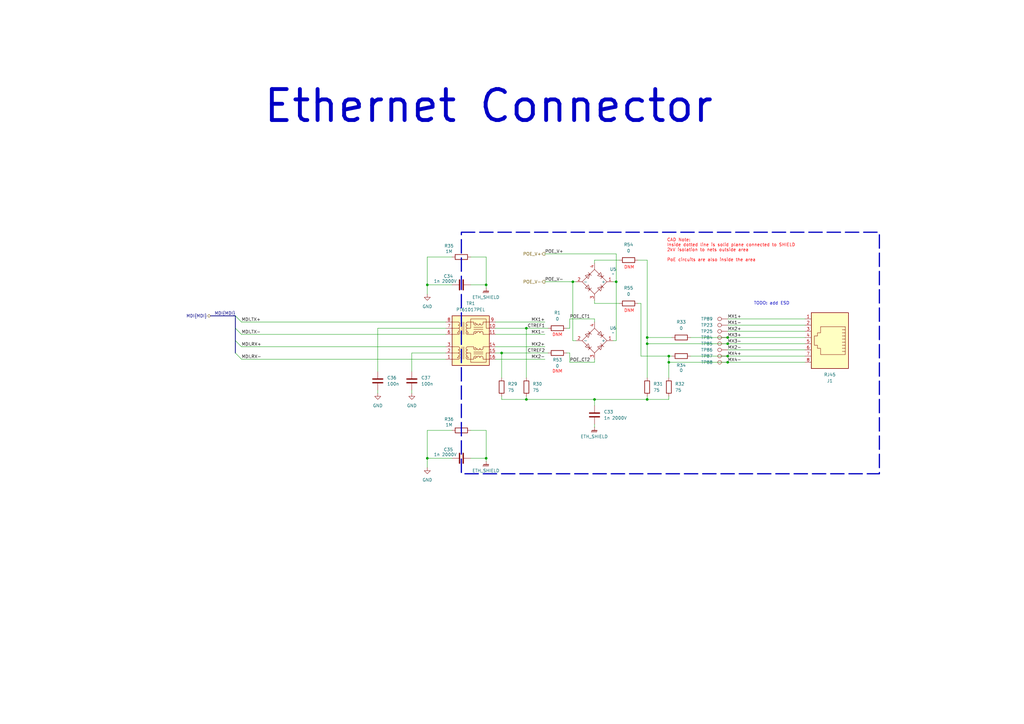
<source format=kicad_sch>
(kicad_sch (version 20250114) (generator "eeschema") (generator_version "9.0")
  (paper "A3")
  (lib_symbols
    (symbol "CDHD01:CDHD01"
      (property "Reference" "U" (at 5.334 7.112 0))
      (symbol "CDHD01_0_1"
        (polyline (pts (xy -5.08 0) (xy 0 -5.08) (xy 5.08 0) (xy 0 5.08) (xy -5.08 0)))
        (polyline (pts (xy -3.81 2.54) (xy -2.54 1.27) (xy -1.905 3.175) (xy -3.81 2.54)))
        (polyline (pts (xy -2.54 3.81) (xy -1.27 2.54)))
        (polyline (pts (xy -2.54 -1.27) (xy -3.81 -2.54) (xy -1.905 -3.175) (xy -2.54 -1.27)))
        (polyline (pts (xy -1.27 -2.54) (xy -2.54 -3.81)))
        (polyline (pts (xy 1.27 2.54) (xy 2.54 3.81) (xy 3.175 1.905) (xy 1.27 2.54)))
        (polyline (pts (xy 2.54 1.27) (xy 3.81 2.54)))
        (polyline (pts (xy 2.54 -1.27) (xy 3.81 -2.54)))
        (polyline (pts (xy 3.175 -1.905) (xy 1.27 -2.54) (xy 2.54 -3.81) (xy 3.175 -1.905)))
      )
      (symbol "CDHD01_1_1"
        (pin passive line (at -7.62 0 0) (length 2.54) (name "-") (number "2"))
        (pin passive line (at 0 7.62 270) (length 2.54) (name "~") (number "4"))
        (pin passive line (at 0 -7.62 90) (length 2.54) (name "~") (number "3"))
        (pin passive line (at 7.62 0 180) (length 2.54) (name "+") (number "1"))
      )
    )
    (symbol "Connector:RJ45" (pin_names (offset 1.016))
      (property "Reference" "J" (at -5.08 13.97 0))
      (property "Value" "RJ45" (at 2.54 13.97 0))
      (symbol "RJ45_0_1"
        (polyline (pts (xy -6.35 1.905) (xy -5.08 1.905) (xy -5.08 1.905)))
        (polyline (pts (xy -6.35 0.635) (xy -5.08 0.635) (xy -5.08 0.635)))
        (polyline (pts (xy -6.35 -0.635) (xy -5.08 -0.635) (xy -5.08 -0.635)))
        (polyline (pts (xy -6.35 -1.905) (xy -5.08 -1.905) (xy -5.08 -1.905)))
        (polyline (pts (xy -6.35 -3.175) (xy -5.08 -3.175) (xy -5.08 -3.175)))
        (polyline (pts (xy -6.35 -4.445) (xy -6.35 6.985) (xy 3.81 6.985) (xy 3.81 4.445) (xy 5.08 4.445) (xy 5.08 3.175) (xy 6.35 3.175) (xy 6.35 -0.635) (xy 5.08 -0.635) (xy 5.08 -1.905) (xy 3.81 -1.905) (xy 3.81 -4.445) (xy -6.35 -4.445) (xy -6.35 -4.445)))
        (polyline (pts (xy -5.08 5.715) (xy -6.35 5.715)))
        (polyline (pts (xy -5.08 4.445) (xy -6.35 4.445)))
        (polyline (pts (xy -5.08 3.175) (xy -6.35 3.175) (xy -6.35 3.175)))
        (rectangle (start 7.62 12.7) (end -7.62 -10.16) (stroke (width 0.254)) (fill (type background)))
      )
      (symbol "RJ45_1_1"
        (pin passive line (at 10.16 10.16 180) (length 2.54) (name "~") (number "8"))
        (pin passive line (at 10.16 7.62 180) (length 2.54) (name "~") (number "7"))
        (pin passive line (at 10.16 5.08 180) (length 2.54) (name "~") (number "6"))
        (pin passive line (at 10.16 2.54 180) (length 2.54) (name "~") (number "5"))
        (pin passive line (at 10.16 0 180) (length 2.54) (name "~") (number "4"))
        (pin passive line (at 10.16 -2.54 180) (length 2.54) (name "~") (number "3"))
        (pin passive line (at 10.16 -5.08 180) (length 2.54) (name "~") (number "2"))
        (pin passive line (at 10.16 -7.62 180) (length 2.54) (name "~") (number "1"))
      )
    )
    (symbol "Connector:TestPoint" (pin_numbers (hide yes)) (pin_names (offset 0.762) (hide yes))
      (property "Reference" "TP" (at 0 6.858 0))
      (property "Value" "TestPoint" (at 0 5.08 0))
      (symbol "TestPoint_0_1"
        (circle (center 0 3.302) (radius 0.762))
      )
      (symbol "TestPoint_1_1"
        (pin passive line (at 0 0 90) (length 2.54) (name "1") (number "1"))
      )
    )
    (symbol "Device:C" (pin_numbers (hide yes)) (pin_names (offset 0.254))
      (property "Reference" "C" (at 0.635 2.54 0))
      (property "Value" "C" (at 0.635 -2.54 0))
      (symbol "C_0_1"
        (polyline (pts (xy -2.032 0.762) (xy 2.032 0.762)) (stroke (width 0.508)))
        (polyline (pts (xy -2.032 -0.762) (xy 2.032 -0.762)) (stroke (width 0.508)))
      )
      (symbol "C_1_1"
        (pin passive line (at 0 3.81 270) (length 2.794) (name "~") (number "1"))
        (pin passive line (at 0 -3.81 90) (length 2.794) (name "~") (number "2"))
      )
    )
    (symbol "Device:R" (pin_numbers (hide yes)) (pin_names (offset 0))
      (property "Reference" "R" (at 2.032 0 90))
      (property "Value" "R" (at 0 0 90))
      (symbol "R_0_1"
        (rectangle (start -1.016 -2.54) (end 1.016 2.54) (stroke (width 0.254)))
      )
      (symbol "R_1_1"
        (pin passive line (at 0 3.81 270) (length 1.27) (name "~") (number "1"))
        (pin passive line (at 0 -3.81 90) (length 1.27) (name "~") (number "2"))
      )
    )
    (symbol "Transformer:PT61017PEL" (pin_names (hide yes))
      (property "Reference" "TR" (at 0 10.795 0))
      (property "Value" "PT61017PEL" (at 0 -10.795 0))
      (symbol "PT61017PEL_0_1"
        (rectangle (start -7.62 10.16) (end 7.62 -10.16) (stroke (width 0.254)) (fill (type background)))
        (circle (center -5.207 3.175) (radius 0.1778))
        (arc (start -5.08 7.62) (mid -4.4477 6.985) (end -5.08 6.35))
        (polyline (pts (xy -5.08 7.62) (xy -7.62 7.62)))
        (polyline (pts (xy -5.08 5.08) (xy -7.62 5.08)))
        (polyline (pts (xy -5.08 2.54) (xy -7.62 2.54)))
        (polyline (pts (xy -3.556 2.54) (xy -3.556 7.62)))
        (polyline (pts (xy -3.556 -2.54) (xy -3.556 -7.62)))
        (polyline (pts (xy -2.794 7.62) (xy -2.794 2.54)))
        (polyline (pts (xy -2.794 -7.62) (xy -2.794 -2.54)))
        (polyline (pts (xy -1.27 5.08) (xy 0 5.08) (xy 0 8.89) (xy 6.35 8.89) (xy 6.35 5.08) (xy 7.62 5.08)))
        (polyline (pts (xy -1.27 2.54) (xy 1.27 2.54) (xy 1.27 3.175)))
        (polyline (pts (xy 1.27 6.985) (xy 1.27 7.62) (xy -1.27 7.62)))
        (polyline (pts (xy 1.27 5.461) (xy 5.08 5.461)))
        (polyline (pts (xy 1.27 4.699) (xy 5.08 4.699)))
        (polyline (pts (xy 5.08 6.985) (xy 5.08 7.62) (xy 7.62 7.62)))
        (polyline (pts (xy 5.08 3.175) (xy 5.08 2.54) (xy 7.62 2.54)))
      )
      (symbol "PT61017PEL_1_1"
        (circle (center -5.207 -6.985) (radius 0.1778))
        (arc (start -5.08 6.35) (mid -4.4477 5.715) (end -5.08 5.08))
        (arc (start -5.08 5.08) (mid -4.4477 4.445) (end -5.08 3.81))
        (arc (start -5.08 3.81) (mid -4.4477 3.175) (end -5.08 2.54))
        (arc (start -5.08 -2.54) (mid -4.4477 -3.175) (end -5.08 -3.81))
        (arc (start -5.08 -3.81) (mid -4.4477 -4.445) (end -5.08 -5.08))
        (arc (start -5.08 -5.08) (mid -4.4477 -5.715) (end -5.08 -6.35))
        (arc (start -5.08 -6.35) (mid -4.4477 -6.985) (end -5.08 -7.62))
        (polyline (pts (xy -5.08 -2.54) (xy -7.62 -2.54)))
        (polyline (pts (xy -5.08 -5.08) (xy -7.62 -5.08)))
        (polyline (pts (xy -5.08 -7.62) (xy -7.62 -7.62)))
        (polyline (pts (xy -1.27 -7.62) (xy 1.27 -7.62) (xy 1.27 -6.985)))
        (arc (start -1.27 6.35) (mid -1.9023 6.985) (end -1.27 7.62))
        (arc (start -1.27 5.08) (mid -1.9023 5.715) (end -1.27 6.35))
        (arc (start -1.27 3.81) (mid -1.9023 4.445) (end -1.27 5.08))
        (arc (start -1.27 2.54) (mid -1.9023 3.175) (end -1.27 3.81))
        (arc (start -1.27 -3.81) (mid -1.9023 -3.175) (end -1.27 -2.54))
        (arc (start -1.27 -5.08) (mid -1.9023 -4.445) (end -1.27 -3.81))
        (arc (start -1.27 -6.35) (mid -1.9023 -5.715) (end -1.27 -5.08))
        (arc (start -1.27 -7.62) (mid -1.9023 -6.985) (end -1.27 -6.35))
        (circle (center -1.143 3.175) (radius 0.1778))
        (circle (center -1.143 -6.985) (radius 0.1778))
        (polyline (pts (xy 1.27 -3.175) (xy 1.27 -2.54) (xy -1.27 -2.54)))
        (polyline (pts (xy 1.27 -4.699) (xy 5.08 -4.699)))
        (polyline (pts (xy 1.27 -5.461) (xy 5.08 -5.461)))
        (circle (center 1.905 7.112) (radius 0.1778))
        (arc (start 2.54 6.985) (mid 1.905 6.3527) (end 1.27 6.985))
        (arc (start 1.27 3.175) (mid 1.905 3.8073) (end 2.54 3.175))
        (circle (center 1.905 3.048) (radius 0.1778))
        (circle (center 1.905 -3.048) (radius 0.1778))
        (arc (start 2.54 -3.175) (mid 1.905 -3.8073) (end 1.27 -3.175))
        (arc (start 1.27 -6.985) (mid 1.905 -6.3527) (end 2.54 -6.985))
        (circle (center 1.905 -7.112) (radius 0.1778))
        (arc (start 3.81 6.985) (mid 3.175 6.3527) (end 2.54 6.985))
        (arc (start 2.54 3.175) (mid 3.175 3.8073) (end 3.81 3.175))
        (arc (start 3.81 -3.175) (mid 3.175 -3.8073) (end 2.54 -3.175))
        (arc (start 2.54 -6.985) (mid 3.175 -6.3527) (end 3.81 -6.985))
        (arc (start 5.08 6.985) (mid 4.445 6.3527) (end 3.81 6.985))
        (arc (start 3.81 3.175) (mid 4.445 3.8073) (end 5.08 3.175))
        (arc (start 5.08 -3.175) (mid 4.445 -3.8073) (end 3.81 -3.175))
        (arc (start 3.81 -6.985) (mid 4.445 -6.3527) (end 5.08 -6.985))
        (polyline (pts (xy 5.08 -3.175) (xy 5.08 -2.54) (xy 7.62 -2.54)))
        (polyline (pts (xy 5.08 -6.985) (xy 5.08 -7.62) (xy 7.62 -7.62)))
        (polyline (pts (xy 7.62 -5.08) (xy 6.35 -5.08) (xy 6.35 -8.89) (xy 0 -8.89) (xy 0 -5.08) (xy -1.27 -5.08)))
        (pin passive line (at -10.16 7.62 0) (length 2.54) (name "RD-") (number "8"))
        (pin passive line (at -10.16 5.08 0) (length 2.54) (name "C_RD") (number "7"))
        (pin passive line (at -10.16 2.54 0) (length 2.54) (name "RD+") (number "6"))
        (pin passive line (at -10.16 -2.54 0) (length 2.54) (name "TD-") (number "3"))
        (pin passive line (at -10.16 -5.08 0) (length 2.54) (name "C_TD") (number "2"))
        (pin passive line (at -10.16 -7.62 0) (length 2.54) (name "TD+") (number "1"))
        (pin passive line (at 10.16 7.62 180) (length 2.54) (name "RX-") (number "9"))
        (pin passive line (at 10.16 5.08 180) (length 2.54) (name "C_RX") (number "10"))
        (pin passive line (at 10.16 2.54 180) (length 2.54) (name "RX+") (number "11"))
        (pin passive line (at 10.16 -2.54 180) (length 2.54) (name "TX-") (number "14"))
        (pin passive line (at 10.16 -5.08 180) (length 2.54) (name "C_TX") (number "15"))
        (pin passive line (at 10.16 -7.62 180) (length 2.54) (name "TX+") (number "16"))
      )
    )
    (symbol "power:GND" (power) (pin_numbers (hide yes)) (pin_names (offset 0) (hide yes))
      (property "Value" "GND" (at 0 -3.81 0))
      (symbol "GND_0_1"
        (polyline (pts (xy 0 0) (xy 0 -1.27) (xy 1.27 -1.27) (xy 0 -2.54) (xy -1.27 -1.27) (xy 0 -1.27)))
      )
      (symbol "GND_1_1"
        (pin power_in line (at 0 0 270) (length 0) (name "~") (number "1"))
      )
    )
    (symbol "power:GNDPWR" (power) (pin_numbers (hide yes)) (pin_names (offset 0) (hide yes))
      (property "Value" "GNDPWR" (at 0 -3.302 0))
      (symbol "GNDPWR_0_1"
        (polyline (pts (xy -1.016 -1.27) (xy -1.27 -2.032) (xy -1.27 -2.032)) (stroke (width 0.2032)))
        (polyline (pts (xy -0.508 -1.27) (xy -0.762 -2.032) (xy -0.762 -2.032)) (stroke (width 0.2032)))
        (polyline (pts (xy 0 -1.27) (xy 0 0)))
        (polyline (pts (xy 0 -1.27) (xy -0.254 -2.032) (xy -0.254 -2.032)) (stroke (width 0.2032)))
        (polyline (pts (xy 0.508 -1.27) (xy 0.254 -2.032) (xy 0.254 -2.032)) (stroke (width 0.2032)))
        (polyline (pts (xy 1.016 -1.27) (xy -1.016 -1.27) (xy -1.016 -1.27)) (stroke (width 0.2032)))
        (polyline (pts (xy 1.016 -1.27) (xy 0.762 -2.032) (xy 0.762 -2.032) (xy 0.762 -2.032)) (stroke (width 0.2032)))
      )
      (symbol "GNDPWR_1_1"
        (pin power_in line (at 0 0 270) (length 0) (name "~") (number "1"))
      )
    )
  )
  (rectangle (start 189.23 95.25) (end 360.68 194.31) (stroke (width 0.5) (type dash)))
  (text "DNM" (at 258.064 109.728 0) (effects (font (size 1.27 1.27))))
  (text "DNM" (at 228.6 152.4 0) (effects (font (size 1.27 1.27))))
  (text "TODO: add ESD\n" (at 316.484 124.46 0) (effects (font (size 1.27 1.27))))
  (text "DNM" (at 228.6 137.414 0) (effects (font (size 1.27 1.27))))
  (text "DNM" (at 258.064 127.508 0) (effects (font (size 1.27 1.27))))
  (text "CAD Note:\nInside dotted line is solid plane connected to SHIELD\n2kV isolation to nets outside area\n\nPoE circuits are also inside the area" (at 273.558 97.79 0) (effects (font (size 1.27 1.27)) (justify left top)))
  (text "Ethernet Connector" (at 200.406 43.688 0) (effects (font (size 12.7 12.7) (thickness 1.5875))))
  (junction (at 175.26 187.96))
  (junction (at 215.9 163.83))
  (junction (at 298.45 148.59))
  (junction (at 265.43 163.83))
  (junction (at 298.45 138.43))
  (junction (at 274.32 148.59))
  (junction (at 265.43 138.43))
  (junction (at 234.95 115.57))
  (junction (at 215.9 134.62))
  (junction (at 298.45 146.05))
  (junction (at 298.45 140.97))
  (junction (at 265.43 140.97))
  (junction (at 205.74 144.78))
  (junction (at 252.73 115.57))
  (junction (at 199.39 116.84))
  (junction (at 243.84 163.83))
  (junction (at 274.32 146.05))
  (junction (at 199.39 187.96))
  (junction (at 175.26 116.84))
  (bus_entry (at 96.52 129.54) (size 2.54 2.54))
  (bus_entry (at 96.52 139.7) (size 2.54 2.54))
  (bus_entry (at 96.52 134.62) (size 2.54 2.54))
  (bus_entry (at 96.52 144.78) (size 2.54 2.54))
  (wire (pts (xy 175.26 176.53) (xy 175.26 187.96)))
  (wire (pts (xy 298.45 146.05) (xy 330.2 146.05)))
  (wire (pts (xy 298.45 143.51) (xy 330.2 143.51)))
  (wire (pts (xy 265.43 163.83) (xy 274.32 163.83)))
  (wire (pts (xy 274.32 162.56) (xy 274.32 163.83)))
  (wire (pts (xy 298.45 148.59) (xy 330.2 148.59)))
  (wire (pts (xy 243.84 148.59) (xy 243.84 147.32)))
  (wire (pts (xy 243.84 163.83) (xy 243.84 166.37)))
  (wire (pts (xy 265.43 162.56) (xy 265.43 163.83)))
  (wire (pts (xy 283.21 146.05) (xy 298.45 146.05)))
  (wire (pts (xy 154.94 134.62) (xy 182.88 134.62)))
  (wire (pts (xy 262.89 146.05) (xy 274.32 146.05)))
  (wire (pts (xy 215.9 163.83) (xy 215.9 162.56)))
  (wire (pts (xy 199.39 116.84) (xy 193.04 116.84)))
  (wire (pts (xy 215.9 163.83) (xy 243.84 163.83)))
  (wire (pts (xy 215.9 134.62) (xy 203.2 134.62)))
  (wire (pts (xy 175.26 105.41) (xy 175.26 116.84)))
  (bus (pts (xy 86.36 129.54) (xy 96.52 129.54)))
  (wire (pts (xy 154.94 160.02) (xy 154.94 161.29)))
  (wire (pts (xy 193.04 105.41) (xy 199.39 105.41)))
  (wire (pts (xy 261.62 124.46) (xy 262.89 124.46)))
  (wire (pts (xy 234.95 139.7) (xy 234.95 115.57)))
  (wire (pts (xy 199.39 187.96) (xy 193.04 187.96)))
  (wire (pts (xy 243.84 130.81) (xy 243.84 132.08)))
  (wire (pts (xy 205.74 163.83) (xy 215.9 163.83)))
  (wire (pts (xy 154.94 152.4) (xy 154.94 134.62)))
  (wire (pts (xy 252.73 115.57) (xy 252.73 104.14)))
  (wire (pts (xy 99.06 147.32) (xy 182.88 147.32)))
  (wire (pts (xy 232.41 144.78) (xy 233.68 144.78)))
  (wire (pts (xy 232.41 134.62) (xy 233.68 134.62)))
  (bus (pts (xy 96.52 139.7) (xy 96.52 134.62)))
  (wire (pts (xy 203.2 142.24) (xy 223.52 142.24)))
  (wire (pts (xy 252.73 115.57) (xy 251.46 115.57)))
  (wire (pts (xy 243.84 124.46) (xy 243.84 123.19)))
  (wire (pts (xy 233.68 134.62) (xy 233.68 130.81)))
  (wire (pts (xy 283.21 138.43) (xy 298.45 138.43)))
  (wire (pts (xy 233.68 144.78) (xy 233.68 148.59)))
  (wire (pts (xy 265.43 140.97) (xy 298.45 140.97)))
  (wire (pts (xy 265.43 138.43) (xy 265.43 140.97)))
  (wire (pts (xy 99.06 132.08) (xy 182.88 132.08)))
  (wire (pts (xy 203.2 132.08) (xy 223.52 132.08)))
  (wire (pts (xy 265.43 163.83) (xy 243.84 163.83)))
  (wire (pts (xy 199.39 116.84) (xy 199.39 118.11)))
  (wire (pts (xy 298.45 130.81) (xy 330.2 130.81)))
  (wire (pts (xy 175.26 116.84) (xy 185.42 116.84)))
  (wire (pts (xy 234.95 115.57) (xy 236.22 115.57)))
  (wire (pts (xy 243.84 173.99) (xy 243.84 175.26)))
  (wire (pts (xy 223.52 104.14) (xy 252.73 104.14)))
  (wire (pts (xy 168.91 144.78) (xy 182.88 144.78)))
  (wire (pts (xy 234.95 139.7) (xy 236.22 139.7)))
  (wire (pts (xy 262.89 124.46) (xy 262.89 146.05)))
  (wire (pts (xy 215.9 154.94) (xy 215.9 134.62)))
  (wire (pts (xy 205.74 144.78) (xy 203.2 144.78)))
  (wire (pts (xy 203.2 147.32) (xy 223.52 147.32)))
  (wire (pts (xy 168.91 152.4) (xy 168.91 144.78)))
  (wire (pts (xy 205.74 154.94) (xy 205.74 144.78)))
  (wire (pts (xy 298.45 135.89) (xy 330.2 135.89)))
  (wire (pts (xy 215.9 134.62) (xy 224.79 134.62)))
  (wire (pts (xy 274.32 148.59) (xy 298.45 148.59)))
  (wire (pts (xy 185.42 105.41) (xy 175.26 105.41)))
  (wire (pts (xy 99.06 137.16) (xy 182.88 137.16)))
  (bus (pts (xy 96.52 144.78) (xy 96.52 139.7)))
  (wire (pts (xy 168.91 160.02) (xy 168.91 161.29)))
  (wire (pts (xy 274.32 148.59) (xy 274.32 154.94)))
  (wire (pts (xy 265.43 140.97) (xy 265.43 154.94)))
  (wire (pts (xy 261.62 106.68) (xy 265.43 106.68)))
  (wire (pts (xy 175.26 187.96) (xy 185.42 187.96)))
  (wire (pts (xy 254 124.46) (xy 243.84 124.46)))
  (wire (pts (xy 298.45 140.97) (xy 330.2 140.97)))
  (wire (pts (xy 203.2 137.16) (xy 223.52 137.16)))
  (wire (pts (xy 99.06 142.24) (xy 182.88 142.24)))
  (wire (pts (xy 233.68 148.59) (xy 243.84 148.59)))
  (wire (pts (xy 265.43 106.68) (xy 265.43 138.43)))
  (wire (pts (xy 265.43 138.43) (xy 275.59 138.43)))
  (wire (pts (xy 175.26 187.96) (xy 175.26 191.77)))
  (wire (pts (xy 298.45 138.43) (xy 330.2 138.43)))
  (wire (pts (xy 223.52 115.57) (xy 234.95 115.57)))
  (wire (pts (xy 199.39 105.41) (xy 199.39 116.84)))
  (wire (pts (xy 199.39 187.96) (xy 199.39 189.23)))
  (wire (pts (xy 274.32 146.05) (xy 274.32 148.59)))
  (bus (pts (xy 96.52 134.62) (xy 96.52 129.54)))
  (wire (pts (xy 185.42 176.53) (xy 175.26 176.53)))
  (wire (pts (xy 243.84 106.68) (xy 243.84 107.95)))
  (wire (pts (xy 233.68 130.81) (xy 243.84 130.81)))
  (wire (pts (xy 193.04 176.53) (xy 199.39 176.53)))
  (wire (pts (xy 205.74 162.56) (xy 205.74 163.83)))
  (wire (pts (xy 274.32 146.05) (xy 275.59 146.05)))
  (wire (pts (xy 251.46 139.7) (xy 252.73 139.7)))
  (wire (pts (xy 252.73 139.7) (xy 252.73 115.57)))
  (wire (pts (xy 175.26 116.84) (xy 175.26 120.65)))
  (wire (pts (xy 298.45 133.35) (xy 330.2 133.35)))
  (wire (pts (xy 254 106.68) (xy 243.84 106.68)))
  (wire (pts (xy 199.39 176.53) (xy 199.39 187.96)))
  (wire (pts (xy 205.74 144.78) (xy 224.79 144.78)))
  (label "MDI.TX-" (at 99.06 137.16 0))
  (label "MX2+" (at 298.45 135.89 0))
  (label "MX1-" (at 298.45 133.35 0))
  (label "POE_CT2" (at 233.68 148.59 0))
  (label "MX2-" (at 223.52 147.32 180))
  (label "MX1+" (at 223.52 132.08 180))
  (label "MX3-" (at 298.45 140.97 0))
  (label "MDI.RX-" (at 99.06 147.32 0))
  (label "POE_V-" (at 223.52 115.57 0))
  (label "MDI.RX+" (at 99.06 142.24 0))
  (label "POE_V+" (at 223.52 104.14 0))
  (label "MX4+" (at 298.45 146.05 0))
  (label "MX1-" (at 223.52 137.16 180))
  (label "MX3+" (at 298.45 138.43 0))
  (label "CTREF1" (at 223.52 134.62 180))
  (label "MDI.TX+" (at 99.06 132.08 0))
  (label "POE_CT1" (at 233.68 130.81 0))
  (label "MX2-" (at 298.45 143.51 0))
  (label "CTREF2" (at 223.52 144.78 180))
  (label "MX1+" (at 298.45 130.81 0))
  (label "MX4-" (at 298.45 148.59 0))
  (label "MDI{MDI}" (at 96.52 129.54 180))
  (label "MX2+" (at 223.52 142.24 180))
  (hierarchical_label "POE_V+" (shape output) (at 223.52 104.14 180))
  (hierarchical_label "MDI{MDI}" (shape bidirectional) (at 86.36 129.54 180))
  (hierarchical_label "POE_V-" (shape output) (at 223.52 115.57 180))
  (symbol (lib_id "Device:C") (at 189.23 116.84 90) (unit 1)
    (property "Reference" "C34" (at 183.896 113.284 90))
    (property "Value" "1n 2000V" (at 182.626 115.316 90))
    (property "Description" "Unpolarized capacitor" (effects (hide yes)))
  )
  (symbol (lib_id "power:GND") (at 168.91 161.29 0) (unit 1)
    (property "Reference" "#PWR064" (effects (hide yes)))
    (property "Value" "GND" (at 168.91 166.37 0))
    (property "Description" "Power symbol creates a global label with name \"GND\" , ground" (effects (hide yes)))
  )
  (symbol (lib_id "Device:R") (at 205.74 158.75 0) (unit 1)
    (property "Reference" "R29" (at 208.28 157.4799 0) (effects (justify left)))
    (property "Value" "75" (at 208.28 160.0199 0) (effects (justify left)))
    (property "Footprint" "Resistor_SMD:R_0402_1005Metric" (effects (hide yes)))
    (property "Description" "Resistor" (effects (hide yes)))
  )
  (symbol (lib_id "power:GNDPWR") (at 199.39 118.11 0) (unit 1)
    (property "Reference" "#PWR079" (effects (hide yes)))
    (property "Value" "ETH_SHIELD" (at 199.263 121.92 0))
    (property "Description" "Power symbol creates a global label with name \"GNDPWR\" , global ground" (effects (hide yes)))
  )
  (symbol (lib_id "power:GND") (at 154.94 161.29 0) (unit 1)
    (property "Reference" "#PWR063" (effects (hide yes)))
    (property "Value" "GND" (at 154.94 166.37 0))
    (property "Description" "Power symbol creates a global label with name \"GND\" , ground" (effects (hide yes)))
  )
  (symbol (lib_id "Device:C") (at 168.91 156.21 0) (unit 1)
    (property "Reference" "C37" (at 172.72 154.9399 0) (effects (justify left)))
    (property "Value" "100n" (at 172.72 157.4799 0) (effects (justify left)))
    (property "Footprint" "Capacitor_SMD:C_0402_1005Metric" (effects (hide yes)))
    (property "Description" "Unpolarized capacitor" (effects (hide yes)))
  )
  (symbol (lib_id "power:GND") (at 175.26 191.77 0) (unit 1)
    (property "Reference" "#PWR062" (effects (hide yes)))
    (property "Value" "GND" (at 175.26 196.85 0))
    (property "Description" "Power symbol creates a global label with name \"GND\" , ground" (effects (hide yes)))
  )
  (symbol (lib_id "Connector:TestPoint") (at 298.45 140.97 90) (mirror x) (unit 1)
    (property "Reference" "TP85" (at 292.354 140.97 90) (effects (justify left)))
    (property "Value" "TestPoint" (effects (hide yes)))
    (property "Description" "test point" (effects (hide yes)))
  )
  (symbol (lib_id "Device:R") (at 228.6 144.78 90) (unit 1)
    (property "Reference" "R53" (at 228.6 147.574 90))
    (property "Value" "0" (at 228.6 150.114 90))
    (property "Footprint" "Resistor_SMD:R_0402_1005Metric" (effects (hide yes)))
    (property "Description" "Resistor" (effects (hide yes)))
  )
  (symbol (lib_id "Connector:TestPoint") (at 298.45 148.59 90) (mirror x) (unit 1)
    (property "Reference" "TP88" (at 292.354 148.59 90) (effects (justify left)))
    (property "Value" "TestPoint" (effects (hide yes)))
    (property "Description" "test point" (effects (hide yes)))
  )
  (symbol (lib_id "CDHD01:CDHD01") (at 243.84 139.7 0) (unit 1)
    (property "Reference" "U6" (at 251.46 134.5498 0))
    (property "Value" "~" (at 251.46 136.4549 0))
    (property "Footprint" "CDHD01:CDHD01" (effects (hide yes)))
  )
  (symbol (lib_id "CDHD01:CDHD01") (at 243.84 115.57 0) (unit 1)
    (property "Reference" "U5" (at 251.46 110.4198 0))
    (property "Value" "~" (at 251.46 112.3249 0))
    (property "Footprint" "CDHD01:CDHD01" (effects (hide yes)))
  )
  (symbol (lib_id "Connector:TestPoint") (at 298.45 135.89 90) (mirror x) (unit 1)
    (property "Reference" "TP25" (at 292.354 135.89 90) (effects (justify left)))
    (property "Value" "TestPoint" (effects (hide yes)))
    (property "Description" "test point" (effects (hide yes)))
  )
  (symbol (lib_id "Device:R") (at 279.4 138.43 90) (unit 1)
    (property "Reference" "R33" (at 279.4 132.08 90))
    (property "Value" "0" (at 279.4 134.62 90))
    (property "Footprint" "Resistor_SMD:R_0402_1005Metric" (effects (hide yes)))
    (property "Description" "Resistor" (effects (hide yes)))
  )
  (symbol (lib_id "Device:C") (at 189.23 187.96 90) (unit 1)
    (property "Reference" "C35" (at 183.896 184.404 90))
    (property "Value" "1n 2000V" (at 182.626 186.436 90))
    (property "Description" "Unpolarized capacitor" (effects (hide yes)))
  )
  (symbol (lib_id "Device:R") (at 279.4 146.05 90) (mirror x) (unit 1)
    (property "Reference" "R34" (at 279.4 149.86 90))
    (property "Value" "0" (at 279.4 151.892 90))
    (property "Footprint" "Resistor_SMD:R_0402_1005Metric" (effects (hide yes)))
    (property "Description" "Resistor" (effects (hide yes)))
  )
  (symbol (lib_id "Device:C") (at 154.94 156.21 0) (unit 1)
    (property "Reference" "C36" (at 158.75 154.9399 0) (effects (justify left)))
    (property "Value" "100n" (at 158.75 157.4799 0) (effects (justify left)))
    (property "Footprint" "Capacitor_SMD:C_0402_1005Metric" (effects (hide yes)))
    (property "Description" "Unpolarized capacitor" (effects (hide yes)))
  )
  (symbol (lib_id "power:GNDPWR") (at 199.39 189.23 0) (unit 1)
    (property "Reference" "#PWR078" (effects (hide yes)))
    (property "Value" "ETH_SHIELD" (at 199.263 193.04 0))
    (property "Description" "Power symbol creates a global label with name \"GNDPWR\" , global ground" (effects (hide yes)))
  )
  (symbol (lib_id "Device:R") (at 257.81 106.68 90) (unit 1)
    (property "Reference" "R54" (at 257.81 100.33 90))
    (property "Value" "0" (at 257.81 102.87 90))
    (property "Footprint" "Resistor_SMD:R_0402_1005Metric" (effects (hide yes)))
    (property "Description" "Resistor" (effects (hide yes)))
  )
  (symbol (lib_id "Connector:TestPoint") (at 298.45 130.81 90) (mirror x) (unit 1)
    (property "Reference" "TP89" (at 292.354 130.81 90) (effects (justify left)))
    (property "Value" "TestPoint" (effects (hide yes)))
    (property "Description" "test point" (effects (hide yes)))
  )
  (symbol (lib_id "Device:C") (at 243.84 170.18 0) (unit 1)
    (property "Reference" "C33" (at 247.65 168.9099 0) (effects (justify left)))
    (property "Value" "1n 2000V" (at 247.65 171.4499 0) (effects (justify left)))
    (property "Description" "Unpolarized capacitor" (effects (hide yes)))
  )
  (symbol (lib_id "Connector:TestPoint") (at 298.45 133.35 90) (mirror x) (unit 1)
    (property "Reference" "TP23" (at 292.354 133.35 90) (effects (justify left)))
    (property "Value" "TestPoint" (effects (hide yes)))
    (property "Description" "test point" (effects (hide yes)))
  )
  (symbol (lib_id "Connector:TestPoint") (at 298.45 138.43 90) (mirror x) (unit 1)
    (property "Reference" "TP84" (at 292.354 138.43 90) (effects (justify left)))
    (property "Value" "TestPoint" (effects (hide yes)))
    (property "Description" "test point" (effects (hide yes)))
  )
  (symbol (lib_id "power:GND") (at 175.26 120.65 0) (unit 1)
    (property "Reference" "#PWR061" (effects (hide yes)))
    (property "Value" "GND" (at 175.26 125.73 0))
    (property "Description" "Power symbol creates a global label with name \"GND\" , ground" (effects (hide yes)))
  )
  (symbol (lib_id "Device:R") (at 228.6 134.62 90) (unit 1)
    (property "Reference" "R1" (at 228.6 128.27 90))
    (property "Value" "0" (at 228.6 130.81 90))
    (property "Footprint" "Resistor_SMD:R_0402_1005Metric" (effects (hide yes)))
    (property "Description" "Resistor" (effects (hide yes)))
  )
  (symbol (lib_id "Device:R") (at 189.23 105.41 90) (unit 1)
    (property "Reference" "R35" (at 184.15 100.838 90))
    (property "Value" "1M" (at 184.15 103.124 90))
    (property "Description" "Resistor" (effects (hide yes)))
  )
  (symbol (lib_id "Connector:RJ45") (at 340.36 138.43 180) (unit 1)
    (property "Reference" "J1" (at 340.36 156.21 0))
    (property "Value" "RJ45" (at 340.36 153.67 0))
    (property "Footprint" "Connector_RJ:RJ45_Amphenol_54602-x08_Horizontal" (effects (hide yes)))
    (property "Description" "RJ connector, 8P8C (8 positions 8 connected)" (effects (hide yes)))
  )
  (symbol (lib_id "Connector:TestPoint") (at 298.45 143.51 90) (mirror x) (unit 1)
    (property "Reference" "TP86" (at 292.354 143.51 90) (effects (justify left)))
    (property "Value" "TestPoint" (effects (hide yes)))
    (property "Description" "test point" (effects (hide yes)))
  )
  (symbol (lib_id "Device:R") (at 274.32 158.75 0) (unit 1)
    (property "Reference" "R32" (at 276.86 157.4799 0) (effects (justify left)))
    (property "Value" "75" (at 276.86 160.0199 0) (effects (justify left)))
    (property "Footprint" "Resistor_SMD:R_0402_1005Metric" (effects (hide yes)))
    (property "Description" "Resistor" (effects (hide yes)))
  )
  (symbol (lib_id "Device:R") (at 257.81 124.46 90) (unit 1)
    (property "Reference" "R55" (at 257.81 118.11 90))
    (property "Value" "0" (at 257.81 120.65 90))
    (property "Footprint" "Resistor_SMD:R_0402_1005Metric" (effects (hide yes)))
    (property "Description" "Resistor" (effects (hide yes)))
  )
  (symbol (lib_id "Transformer:PT61017PEL") (at 193.04 139.7 0) (unit 1)
    (property "Reference" "TR1" (at 193.04 124.46 0))
    (property "Value" "PT61017PEL" (at 193.04 127 0))
    (property "Footprint" "Transformer_SMD:Transformer_Ethernet_Bourns_PT61017PEL" (effects (hide yes)))
    (property "Datasheet" "https://www.bourns.com/docs/Product-Datasheets/PT61017PEL.pdf" (effects (hide yes)))
    (property "Description" "Ethernet LAN 10/100 Base-Tx Transformer with Center Taps" (effects (hide yes)))
  )
  (symbol (lib_id "Device:R") (at 215.9 158.75 0) (unit 1)
    (property "Reference" "R30" (at 218.44 157.4799 0) (effects (justify left)))
    (property "Value" "75" (at 218.44 160.0199 0) (effects (justify left)))
    (property "Footprint" "Resistor_SMD:R_0402_1005Metric" (effects (hide yes)))
    (property "Description" "Resistor" (effects (hide yes)))
  )
  (symbol (lib_id "Device:R") (at 265.43 158.75 0) (unit 1)
    (property "Reference" "R31" (at 267.97 157.4799 0) (effects (justify left)))
    (property "Value" "75" (at 267.97 160.0199 0) (effects (justify left)))
    (property "Footprint" "Resistor_SMD:R_0402_1005Metric" (effects (hide yes)))
    (property "Description" "Resistor" (effects (hide yes)))
  )
  (symbol (lib_id "Connector:TestPoint") (at 298.45 146.05 90) (mirror x) (unit 1)
    (property "Reference" "TP87" (at 292.354 146.05 90) (effects (justify left)))
    (property "Value" "TestPoint" (effects (hide yes)))
    (property "Description" "test point" (effects (hide yes)))
  )
  (symbol (lib_id "power:GNDPWR") (at 243.84 175.26 0) (unit 1)
    (property "Reference" "#PWR077" (effects (hide yes)))
    (property "Value" "ETH_SHIELD" (at 243.713 179.07 0))
    (property "Description" "Power symbol creates a global label with name \"GNDPWR\" , global ground" (effects (hide yes)))
  )
  (symbol (lib_id "Device:R") (at 189.23 176.53 90) (unit 1)
    (property "Reference" "R36" (at 184.15 171.958 90))
    (property "Value" "1M" (at 184.15 174.244 90))
    (property "Description" "Resistor" (effects (hide yes)))
  )
)
</source>
